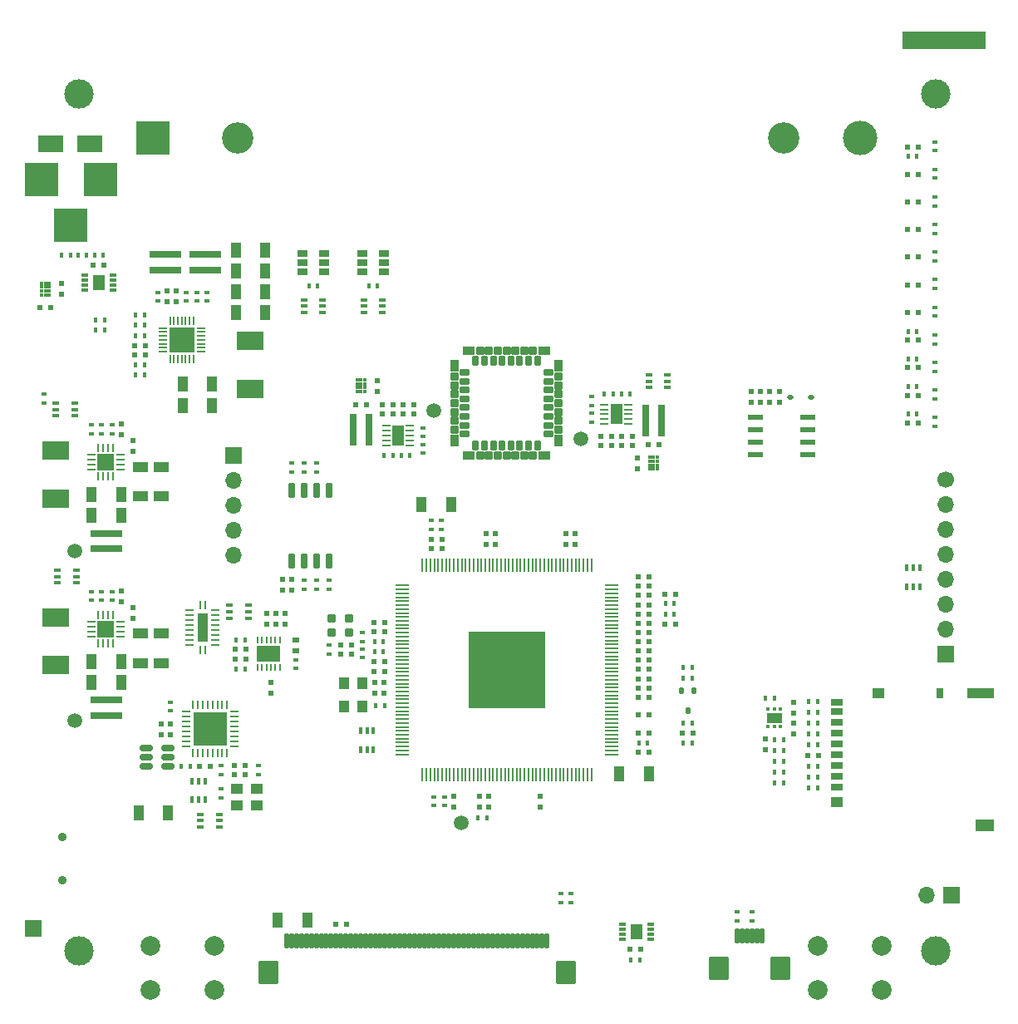
<source format=gbr>
%TF.GenerationSoftware,KiCad,Pcbnew,8.0.5*%
%TF.CreationDate,2024-10-11T17:01:53-05:00*%
%TF.ProjectId,Thermal_Camera,54686572-6d61-46c5-9f43-616d6572612e,rev?*%
%TF.SameCoordinates,Original*%
%TF.FileFunction,Soldermask,Bot*%
%TF.FilePolarity,Negative*%
%FSLAX46Y46*%
G04 Gerber Fmt 4.6, Leading zero omitted, Abs format (unit mm)*
G04 Created by KiCad (PCBNEW 8.0.5) date 2024-10-11 17:01:53*
%MOMM*%
%LPD*%
G01*
G04 APERTURE LIST*
G04 Aperture macros list*
%AMRoundRect*
0 Rectangle with rounded corners*
0 $1 Rounding radius*
0 $2 $3 $4 $5 $6 $7 $8 $9 X,Y pos of 4 corners*
0 Add a 4 corners polygon primitive as box body*
4,1,4,$2,$3,$4,$5,$6,$7,$8,$9,$2,$3,0*
0 Add four circle primitives for the rounded corners*
1,1,$1+$1,$2,$3*
1,1,$1+$1,$4,$5*
1,1,$1+$1,$6,$7*
1,1,$1+$1,$8,$9*
0 Add four rect primitives between the rounded corners*
20,1,$1+$1,$2,$3,$4,$5,0*
20,1,$1+$1,$4,$5,$6,$7,0*
20,1,$1+$1,$6,$7,$8,$9,0*
20,1,$1+$1,$8,$9,$2,$3,0*%
G04 Aperture macros list end*
%ADD10R,3.500000X3.500000*%
%ADD11C,3.000000*%
%ADD12C,2.000000*%
%ADD13C,0.900000*%
%ADD14R,1.700000X1.700000*%
%ADD15O,1.700000X1.700000*%
%ADD16C,1.700000*%
%ADD17RoundRect,0.100000X-0.225000X-0.100000X0.225000X-0.100000X0.225000X0.100000X-0.225000X0.100000X0*%
%ADD18R,0.400000X0.600000*%
%ADD19R,0.600000X0.400000*%
%ADD20R,0.500000X0.600000*%
%ADD21R,0.600000X0.500000*%
%ADD22R,1.000000X1.600000*%
%ADD23RoundRect,0.100000X0.225000X0.100000X-0.225000X0.100000X-0.225000X-0.100000X0.225000X-0.100000X0*%
%ADD24R,0.700000X0.600000*%
%ADD25C,0.365000*%
%ADD26RoundRect,0.150000X-0.150000X0.650000X-0.150000X-0.650000X0.150000X-0.650000X0.150000X0.650000X0*%
%ADD27R,1.600000X1.000000*%
%ADD28R,3.200000X0.800000*%
%ADD29RoundRect,0.102000X0.150000X0.650000X-0.150000X0.650000X-0.150000X-0.650000X0.150000X-0.650000X0*%
%ADD30RoundRect,0.102000X0.900000X1.100000X-0.900000X1.100000X-0.900000X-1.100000X0.900000X-1.100000X0*%
%ADD31RoundRect,0.100000X-0.100000X0.225000X-0.100000X-0.225000X0.100000X-0.225000X0.100000X0.225000X0*%
%ADD32R,2.790000X1.903000*%
%ADD33RoundRect,0.150000X0.512500X0.150000X-0.512500X0.150000X-0.512500X-0.150000X0.512500X-0.150000X0*%
%ADD34C,1.500000*%
%ADD35RoundRect,0.062500X0.350000X0.062500X-0.350000X0.062500X-0.350000X-0.062500X0.350000X-0.062500X0*%
%ADD36R,1.200000X2.000000*%
%ADD37RoundRect,0.062500X-0.325000X-0.062500X0.325000X-0.062500X0.325000X0.062500X-0.325000X0.062500X0*%
%ADD38RoundRect,0.062500X-0.062500X-0.325000X0.062500X-0.325000X0.062500X0.325000X-0.062500X0.325000X0*%
%ADD39R,1.750000X1.750000*%
%ADD40R,1.200000X0.700000*%
%ADD41R,0.800000X1.000000*%
%ADD42R,2.800000X1.000000*%
%ADD43R,1.200000X1.000000*%
%ADD44R,1.900000X1.300000*%
%ADD45RoundRect,0.112500X-0.187500X-0.112500X0.187500X-0.112500X0.187500X0.112500X-0.187500X0.112500X0*%
%ADD46R,2.500000X1.800000*%
%ADD47RoundRect,0.112500X-0.112500X-0.237500X0.112500X-0.237500X0.112500X0.237500X-0.112500X0.237500X0*%
%ADD48R,0.800000X3.200000*%
%ADD49R,1.550000X0.600000*%
%ADD50R,0.250000X0.700000*%
%ADD51R,1.190000X0.830000*%
%ADD52C,3.200000*%
%ADD53C,3.500000*%
%ADD54RoundRect,0.093750X0.106250X-0.093750X0.106250X0.093750X-0.106250X0.093750X-0.106250X-0.093750X0*%
%ADD55R,1.300000X1.100000*%
%ADD56R,1.060000X0.650000*%
%ADD57R,1.100000X1.300000*%
%ADD58R,0.240000X0.900000*%
%ADD59R,0.900000X0.240000*%
%ADD60R,1.000000X2.900000*%
%ADD61R,0.750000X0.300000*%
%ADD62R,1.300000X1.500000*%
%ADD63R,0.228600X1.358900*%
%ADD64R,1.358900X0.228600*%
%ADD65R,7.900000X7.900000*%
%ADD66RoundRect,0.200000X-0.250000X0.200000X-0.250000X-0.200000X0.250000X-0.200000X0.250000X0.200000X0*%
%ADD67RoundRect,0.100000X0.100000X-0.225000X0.100000X0.225000X-0.100000X0.225000X-0.100000X-0.225000X0*%
%ADD68RoundRect,0.076200X0.420000X-0.250000X0.420000X0.250000X-0.420000X0.250000X-0.420000X-0.250000X0*%
%ADD69RoundRect,0.076200X-0.250000X-0.420000X0.250000X-0.420000X0.250000X0.420000X-0.250000X0.420000X0*%
%ADD70RoundRect,0.076200X-0.420000X0.250000X-0.420000X-0.250000X0.420000X-0.250000X0.420000X0.250000X0*%
%ADD71RoundRect,0.076200X0.250000X0.420000X-0.250000X0.420000X-0.250000X-0.420000X0.250000X-0.420000X0*%
%ADD72RoundRect,0.076200X0.325000X-0.550000X0.325000X0.550000X-0.325000X0.550000X-0.325000X-0.550000X0*%
%ADD73RoundRect,0.076200X0.325000X-0.325000X0.325000X0.325000X-0.325000X0.325000X-0.325000X-0.325000X0*%
%ADD74RoundRect,0.076200X-0.325000X0.550000X-0.325000X-0.550000X0.325000X-0.550000X0.325000X0.550000X0*%
%ADD75RoundRect,0.076200X-0.550000X-0.325000X0.550000X-0.325000X0.550000X0.325000X-0.550000X0.325000X0*%
%ADD76RoundRect,0.076200X-0.325000X-0.325000X0.325000X-0.325000X0.325000X0.325000X-0.325000X0.325000X0*%
%ADD77RoundRect,0.076200X0.550000X0.325000X-0.550000X0.325000X-0.550000X-0.325000X0.550000X-0.325000X0*%
%ADD78RoundRect,0.076200X-0.325000X0.325000X-0.325000X-0.325000X0.325000X-0.325000X0.325000X0.325000X0*%
%ADD79RoundRect,0.076200X0.325000X0.325000X-0.325000X0.325000X-0.325000X-0.325000X0.325000X-0.325000X0*%
%ADD80RoundRect,0.062500X-0.337500X-0.062500X0.337500X-0.062500X0.337500X0.062500X-0.337500X0.062500X0*%
%ADD81RoundRect,0.062500X-0.062500X-0.337500X0.062500X-0.337500X0.062500X0.337500X-0.062500X0.337500X0*%
%ADD82RoundRect,0.050000X0.050000X-0.387500X0.050000X0.387500X-0.050000X0.387500X-0.050000X-0.387500X0*%
%ADD83RoundRect,0.050000X0.387500X-0.050000X0.387500X0.050000X-0.387500X0.050000X-0.387500X-0.050000X0*%
%ADD84R,2.600000X2.600000*%
%ADD85RoundRect,0.062500X-0.350000X-0.062500X0.350000X-0.062500X0.350000X0.062500X-0.350000X0.062500X0*%
G04 APERTURE END LIST*
D10*
%TO.C,J201*%
X177602400Y-57242200D03*
X171602400Y-57242200D03*
X174602400Y-61942200D03*
%TD*%
D11*
%TO.C,H3002*%
X262712400Y-135826600D03*
%TD*%
D12*
%TO.C,SW1501*%
X257173800Y-139816400D03*
X250673800Y-139816400D03*
X257173800Y-135316400D03*
X250673800Y-135316400D03*
%TD*%
D11*
%TO.C,H3003*%
X175412400Y-48526600D03*
%TD*%
%TO.C,H3001*%
X175412400Y-135826600D03*
%TD*%
D13*
%TO.C,J2601*%
X173747800Y-124215800D03*
X173747800Y-128615800D03*
%TD*%
D14*
%TO.C,J1502*%
X264292000Y-130149600D03*
D15*
X261752000Y-130149600D03*
%TD*%
D11*
%TO.C,H3004*%
X262712400Y-48526600D03*
%TD*%
D14*
%TO.C,J1501*%
X263722000Y-105628200D03*
D15*
X263722000Y-103088200D03*
X263722000Y-100548200D03*
X263722000Y-98008200D03*
X263722000Y-95468200D03*
X263722000Y-92928200D03*
X263722000Y-90388200D03*
D16*
X263722000Y-87848200D03*
%TD*%
D12*
%TO.C,SW2501*%
X189203400Y-139816400D03*
X182703400Y-139816400D03*
X189203400Y-135316400D03*
X182703400Y-135316400D03*
%TD*%
D17*
%TO.C,U401*%
X173065400Y-81345800D03*
X173065400Y-80695800D03*
X173065400Y-80045800D03*
X174965400Y-80045800D03*
X174965400Y-80695800D03*
X174965400Y-81345800D03*
%TD*%
D18*
%TO.C,R802*%
X206526700Y-85431500D03*
X207426700Y-85431500D03*
%TD*%
%TO.C,R1605*%
X205544000Y-104343200D03*
X206444000Y-104343200D03*
%TD*%
D19*
%TO.C,R2808*%
X262646200Y-82436300D03*
X262646200Y-81536300D03*
%TD*%
D20*
%TO.C,C1403*%
X184429400Y-69765000D03*
X184429400Y-68665000D03*
%TD*%
D21*
%TO.C,C2804*%
X260910200Y-82074600D03*
X259810200Y-82074600D03*
%TD*%
D18*
%TO.C,R2203*%
X191447000Y-107111800D03*
X192347000Y-107111800D03*
%TD*%
%TO.C,R2806*%
X260810200Y-81160700D03*
X259910200Y-81160700D03*
%TD*%
D19*
%TO.C,R2706*%
X262646200Y-65545300D03*
X262646200Y-64645300D03*
%TD*%
D21*
%TO.C,C901*%
X203616900Y-80191100D03*
X204716900Y-80191100D03*
%TD*%
%TO.C,C1710*%
X232368000Y-103428800D03*
X233468000Y-103428800D03*
%TD*%
D22*
%TO.C,C608*%
X176731800Y-108465400D03*
X179731800Y-108465400D03*
%TD*%
D23*
%TO.C,U2904*%
X200263800Y-69529000D03*
X200263800Y-70179000D03*
X200263800Y-70829000D03*
X198363800Y-70829000D03*
X198363800Y-70179000D03*
X198363800Y-69529000D03*
%TD*%
D18*
%TO.C,R2506*%
X186759000Y-117043200D03*
X185859000Y-117043200D03*
%TD*%
D24*
%TO.C,D2201*%
X197510400Y-104199600D03*
X197510400Y-105299600D03*
%TD*%
D21*
%TO.C,C2504*%
X192320000Y-117932200D03*
X191220000Y-117932200D03*
%TD*%
D25*
%TO.C,U901*%
X204566900Y-77686100D03*
X204166900Y-77686100D03*
X203766900Y-77686100D03*
X204566900Y-78086100D03*
X204166900Y-78086100D03*
X203766900Y-78086100D03*
X204566900Y-78486100D03*
X204166900Y-78486100D03*
X203766900Y-78486100D03*
X204566900Y-78886100D03*
X204166900Y-78886100D03*
X203766900Y-78886100D03*
%TD*%
D21*
%TO.C,C1736*%
X232368000Y-105308400D03*
X233468000Y-105308400D03*
%TD*%
D20*
%TO.C,C1756*%
X213639400Y-120074600D03*
X213639400Y-121174600D03*
%TD*%
D21*
%TO.C,C1002*%
X231807500Y-84347300D03*
X230707500Y-84347300D03*
%TD*%
D19*
%TO.C,R1206*%
X224510600Y-130029800D03*
X224510600Y-130929800D03*
%TD*%
D18*
%TO.C,R2805*%
X259910200Y-78349600D03*
X260810200Y-78349600D03*
%TD*%
D19*
%TO.C,R2101*%
X243992400Y-132784000D03*
X243992400Y-131884000D03*
%TD*%
D25*
%TO.C,U301*%
X172408800Y-67827600D03*
X172008800Y-67827600D03*
X171608800Y-67827600D03*
X172408800Y-68227600D03*
X172008800Y-68227600D03*
X171608800Y-68227600D03*
X172408800Y-68627600D03*
X172008800Y-68627600D03*
X171608800Y-68627600D03*
X172408800Y-69027600D03*
X172008800Y-69027600D03*
X171608800Y-69027600D03*
%TD*%
D19*
%TO.C,R403*%
X176657000Y-82252400D03*
X176657000Y-83152400D03*
%TD*%
D22*
%TO.C,C1413*%
X191387600Y-64490600D03*
X194387600Y-64490600D03*
%TD*%
D19*
%TO.C,R609*%
X178790600Y-100152400D03*
X178790600Y-99252400D03*
%TD*%
D20*
%TO.C,C1707*%
X217881200Y-94453800D03*
X217881200Y-93353800D03*
%TD*%
D19*
%TO.C,R2025*%
X197129400Y-87064000D03*
X197129400Y-86164000D03*
%TD*%
D21*
%TO.C,C2801*%
X260910200Y-73641800D03*
X259810200Y-73641800D03*
%TD*%
%TO.C,C1006*%
X228573900Y-84347300D03*
X229673900Y-84347300D03*
%TD*%
D26*
%TO.C,U2001*%
X197104000Y-88957600D03*
X198374000Y-88957600D03*
X199644000Y-88957600D03*
X200914000Y-88957600D03*
X200914000Y-96157600D03*
X199644000Y-96157600D03*
X198374000Y-96157600D03*
X197104000Y-96157600D03*
%TD*%
D27*
%TO.C,C404*%
X181686200Y-86536400D03*
X181686200Y-89536400D03*
%TD*%
D20*
%TO.C,C605*%
X179781200Y-100252400D03*
X179781200Y-99152400D03*
%TD*%
D21*
%TO.C,C1712*%
X232368000Y-107188000D03*
X233468000Y-107188000D03*
%TD*%
D28*
%TO.C,R406*%
X178231800Y-93307000D03*
X178231800Y-94907000D03*
%TD*%
D21*
%TO.C,C1407*%
X182210800Y-74218800D03*
X181110800Y-74218800D03*
%TD*%
D18*
%TO.C,R2008*%
X247185600Y-116560600D03*
X246285600Y-116560600D03*
%TD*%
%TO.C,R210*%
X178046800Y-72644000D03*
X177146800Y-72644000D03*
%TD*%
D19*
%TO.C,R1007*%
X227650700Y-81977900D03*
X227650700Y-81077900D03*
%TD*%
D21*
%TO.C,C2209*%
X191347000Y-105156000D03*
X192447000Y-105156000D03*
%TD*%
D19*
%TO.C,R1008*%
X227650700Y-80276100D03*
X227650700Y-79376100D03*
%TD*%
D20*
%TO.C,C2201*%
X194995800Y-108517600D03*
X194995800Y-109617600D03*
%TD*%
D21*
%TO.C,C2001*%
X250765400Y-115951000D03*
X249665400Y-115951000D03*
%TD*%
D19*
%TO.C,R2702*%
X262646200Y-54348800D03*
X262646200Y-53448800D03*
%TD*%
D20*
%TO.C,C2203*%
X195478400Y-102581800D03*
X195478400Y-101481800D03*
%TD*%
D22*
%TO.C,C1410*%
X191387600Y-66624200D03*
X194387600Y-66624200D03*
%TD*%
D18*
%TO.C,R1403*%
X182085400Y-77216000D03*
X181185400Y-77216000D03*
%TD*%
D20*
%TO.C,C2006*%
X245389400Y-114232600D03*
X245389400Y-115332600D03*
%TD*%
D19*
%TO.C,L1701*%
X211302600Y-92931400D03*
X211302600Y-92031400D03*
%TD*%
D18*
%TO.C,R1408*%
X181210800Y-76174600D03*
X182110800Y-76174600D03*
%TD*%
D21*
%TO.C,C805*%
X209552400Y-80186000D03*
X208452400Y-80186000D03*
%TD*%
D19*
%TO.C,R2028*%
X198374000Y-87064000D03*
X198374000Y-86164000D03*
%TD*%
D21*
%TO.C,C2705*%
X260910200Y-65183600D03*
X259810200Y-65183600D03*
%TD*%
D19*
%TO.C,R2507*%
X184734200Y-111422600D03*
X184734200Y-110522600D03*
%TD*%
D29*
%TO.C,J2102*%
X244988400Y-134367200D03*
X244488400Y-134367200D03*
X243988400Y-134367200D03*
X243488400Y-134367200D03*
X242988400Y-134367200D03*
X242488400Y-134367200D03*
D30*
X246888400Y-137617200D03*
X240588400Y-137617200D03*
%TD*%
D22*
%TO.C,C407*%
X176731800Y-89357200D03*
X179731800Y-89357200D03*
%TD*%
D31*
%TO.C,U1601*%
X204136900Y-113426200D03*
X204786900Y-113426200D03*
X205436900Y-113426200D03*
X205436900Y-115326200D03*
X204786900Y-115326200D03*
X204136900Y-115326200D03*
%TD*%
D20*
%TO.C,C2508*%
X183794400Y-113808600D03*
X183794400Y-112708600D03*
%TD*%
D19*
%TO.C,R807*%
X210475600Y-84257200D03*
X210475600Y-85157200D03*
%TD*%
D18*
%TO.C,R1201*%
X231655200Y-136753600D03*
X232555200Y-136753600D03*
%TD*%
D19*
%TO.C,R2803*%
X262646200Y-74003500D03*
X262646200Y-73103500D03*
%TD*%
D18*
%TO.C,R203*%
X174541600Y-64998600D03*
X173641600Y-64998600D03*
%TD*%
D21*
%TO.C,C301*%
X171458800Y-70332600D03*
X172558800Y-70332600D03*
%TD*%
D22*
%TO.C,C2607*%
X181481600Y-121817000D03*
X184481600Y-121817000D03*
%TD*%
D21*
%TO.C,C2101*%
X202715400Y-133171000D03*
X201615400Y-133171000D03*
%TD*%
D18*
%TO.C,R201*%
X177894400Y-64998600D03*
X176994400Y-64998600D03*
%TD*%
D19*
%TO.C,R1802*%
X212648800Y-121074600D03*
X212648800Y-120174600D03*
%TD*%
D29*
%TO.C,J2101*%
X223111600Y-134797800D03*
X222611600Y-134797800D03*
X222111600Y-134797800D03*
X221611600Y-134797800D03*
X221111600Y-134797800D03*
X220611600Y-134797800D03*
X220111600Y-134797800D03*
X219611600Y-134797800D03*
X219111600Y-134797800D03*
X218611600Y-134797800D03*
X218111600Y-134797800D03*
X217611600Y-134797800D03*
X217111600Y-134797800D03*
X216611600Y-134797800D03*
X216111600Y-134797800D03*
X215611600Y-134797800D03*
X215111600Y-134797800D03*
X214611600Y-134797800D03*
X214111600Y-134797800D03*
X213611600Y-134797800D03*
X213111600Y-134797800D03*
X212611600Y-134797800D03*
X212111600Y-134797800D03*
X211611600Y-134797800D03*
X211111600Y-134797800D03*
X210611600Y-134797800D03*
X210111600Y-134797800D03*
X209611600Y-134797800D03*
X209111600Y-134797800D03*
X208611600Y-134797800D03*
X208111600Y-134797800D03*
X207611600Y-134797800D03*
X207111600Y-134797800D03*
X206611600Y-134797800D03*
X206111600Y-134797800D03*
X205611600Y-134797800D03*
X205111600Y-134797800D03*
X204611600Y-134797800D03*
X204111600Y-134797800D03*
X203611600Y-134797800D03*
X203111600Y-134797800D03*
X202611600Y-134797800D03*
X202111600Y-134797800D03*
X201611600Y-134797800D03*
X201111600Y-134797800D03*
X200611600Y-134797800D03*
X200111600Y-134797800D03*
X199611600Y-134797800D03*
X199111600Y-134797800D03*
X198611600Y-134797800D03*
X198111600Y-134797800D03*
X197611600Y-134797800D03*
X197111600Y-134797800D03*
X196611600Y-134797800D03*
D30*
X225011600Y-138047800D03*
X194711600Y-138047800D03*
%TD*%
D32*
%TO.C,L601*%
X173024800Y-101898700D03*
X173024800Y-106751700D03*
%TD*%
D33*
%TO.C,U2502*%
X184525500Y-115153400D03*
X184525500Y-116103400D03*
X184525500Y-117053400D03*
X182250500Y-117053400D03*
X182250500Y-116103400D03*
X182250500Y-115153400D03*
%TD*%
D21*
%TO.C,C2701*%
X260910200Y-53949600D03*
X259810200Y-53949600D03*
%TD*%
D34*
%TO.C,TP1001*%
X226558500Y-83712300D03*
%TD*%
D35*
%TO.C,U801*%
X209159200Y-82340700D03*
X209159200Y-82840700D03*
X209159200Y-83340700D03*
X209159200Y-83840700D03*
X209159200Y-84340700D03*
X206734200Y-84340700D03*
X206734200Y-83840700D03*
X206734200Y-83340700D03*
X206734200Y-82840700D03*
X206734200Y-82340700D03*
D36*
X207946700Y-83340700D03*
%TD*%
D18*
%TO.C,R1502*%
X237014600Y-108077000D03*
X237914600Y-108077000D03*
%TD*%
%TO.C,R1601*%
X216059600Y-122326400D03*
X216959600Y-122326400D03*
%TD*%
D19*
%TO.C,R603*%
X176657000Y-99252400D03*
X176657000Y-100152400D03*
%TD*%
D37*
%TO.C,U402*%
X176693100Y-86830600D03*
X176693100Y-86330600D03*
X176693100Y-85830600D03*
X176693100Y-85330600D03*
D38*
X177405600Y-84618100D03*
X177905600Y-84618100D03*
X178405600Y-84618100D03*
X178905600Y-84618100D03*
D37*
X179618100Y-85330600D03*
X179618100Y-85830600D03*
X179618100Y-86330600D03*
X179618100Y-86830600D03*
D38*
X178905600Y-87543100D03*
X178405600Y-87543100D03*
X177905600Y-87543100D03*
X177405600Y-87543100D03*
D39*
X178155600Y-86080600D03*
%TD*%
D18*
%TO.C,R2010*%
X247185600Y-115468400D03*
X246285600Y-115468400D03*
%TD*%
D40*
%TO.C,J2001*%
X252612600Y-119176800D03*
X252612600Y-118076800D03*
X252612600Y-116976800D03*
X252612600Y-115876800D03*
X252612600Y-114776800D03*
X252612600Y-113676800D03*
X252612600Y-112576800D03*
X252612600Y-111476800D03*
X252612600Y-110526800D03*
D41*
X263112600Y-109576800D03*
D42*
X267262600Y-109576800D03*
D43*
X256912600Y-109576800D03*
X252612600Y-120726800D03*
D44*
X267712600Y-123076800D03*
%TD*%
D19*
%TO.C,R2807*%
X262646200Y-79629000D03*
X262646200Y-78729000D03*
%TD*%
%TO.C,R1405*%
X187426600Y-68765000D03*
X187426600Y-69665000D03*
%TD*%
D20*
%TO.C,C2302*%
X245821200Y-80001200D03*
X245821200Y-78901200D03*
%TD*%
D21*
%TO.C,C1734*%
X206544000Y-103352600D03*
X205444000Y-103352600D03*
%TD*%
D45*
%TO.C,D2301*%
X247940400Y-79451200D03*
X250040400Y-79451200D03*
%TD*%
D20*
%TO.C,C2301*%
X246761000Y-80001200D03*
X246761000Y-78901200D03*
%TD*%
%TO.C,C405*%
X179781200Y-83252400D03*
X179781200Y-82152400D03*
%TD*%
D19*
%TO.C,R1604*%
X204292200Y-105987000D03*
X204292200Y-105087000D03*
%TD*%
D20*
%TO.C,C2507*%
X184734200Y-113808600D03*
X184734200Y-112708600D03*
%TD*%
D27*
%TO.C,C602*%
X183794400Y-103536400D03*
X183794400Y-106536400D03*
%TD*%
D18*
%TO.C,R801*%
X208253900Y-85431500D03*
X209153900Y-85431500D03*
%TD*%
D20*
%TO.C,C1603*%
X205584178Y-109617600D03*
X205584178Y-108517600D03*
%TD*%
D46*
%TO.C,D201*%
X176548800Y-53619400D03*
X172548800Y-53619400D03*
%TD*%
D21*
%TO.C,C1005*%
X228573900Y-83407500D03*
X229673900Y-83407500D03*
%TD*%
D20*
%TO.C,C1406*%
X185369200Y-69765000D03*
X185369200Y-68665000D03*
%TD*%
D47*
%TO.C,Q1501*%
X236814600Y-109388400D03*
X238114600Y-109388400D03*
X237464600Y-111388400D03*
%TD*%
D22*
%TO.C,C1765*%
X230478200Y-117805200D03*
X233478200Y-117805200D03*
%TD*%
D21*
%TO.C,C2208*%
X191347000Y-106095800D03*
X192447000Y-106095800D03*
%TD*%
D18*
%TO.C,R2009*%
X247185600Y-117652800D03*
X246285600Y-117652800D03*
%TD*%
D19*
%TO.C,R2704*%
X262646200Y-59956100D03*
X262646200Y-59056100D03*
%TD*%
%TO.C,R806*%
X210475600Y-82555400D03*
X210475600Y-83455400D03*
%TD*%
D21*
%TO.C,C1747*%
X232368000Y-101549200D03*
X233468000Y-101549200D03*
%TD*%
%TO.C,C2707*%
X260910200Y-70822400D03*
X259810200Y-70822400D03*
%TD*%
D20*
%TO.C,C2004*%
X248208800Y-110498800D03*
X248208800Y-111598800D03*
%TD*%
D21*
%TO.C,C2702*%
X260910200Y-56750800D03*
X259810200Y-56750800D03*
%TD*%
D18*
%TO.C,R205*%
X178046800Y-71577200D03*
X177146800Y-71577200D03*
%TD*%
D21*
%TO.C,C1724*%
X232368000Y-113665000D03*
X233468000Y-113665000D03*
%TD*%
D20*
%TO.C,C2207*%
X194538600Y-102581800D03*
X194538600Y-101481800D03*
%TD*%
D18*
%TO.C,R1701*%
X236085800Y-101549200D03*
X235185800Y-101549200D03*
%TD*%
D17*
%TO.C,U2501*%
X187797400Y-123230400D03*
X187797400Y-122580400D03*
X187797400Y-121930400D03*
X189697400Y-121930400D03*
X189697400Y-122580400D03*
X189697400Y-123230400D03*
%TD*%
D22*
%TO.C,C2102*%
X198680200Y-132715000D03*
X195680200Y-132715000D03*
%TD*%
D32*
%TO.C,L1401*%
X192887600Y-73722700D03*
X192887600Y-78575700D03*
%TD*%
D21*
%TO.C,C2802*%
X260910200Y-76447900D03*
X259810200Y-76447900D03*
%TD*%
D18*
%TO.C,R1501*%
X237914600Y-107010200D03*
X237014600Y-107010200D03*
%TD*%
%TO.C,R2801*%
X260810200Y-72741900D03*
X259910200Y-72741900D03*
%TD*%
D19*
%TO.C,R2705*%
X262646200Y-62775500D03*
X262646200Y-61875500D03*
%TD*%
D37*
%TO.C,U602*%
X176693100Y-103830600D03*
X176693100Y-103330600D03*
X176693100Y-102830600D03*
X176693100Y-102330600D03*
D38*
X177405600Y-101618100D03*
X177905600Y-101618100D03*
X178405600Y-101618100D03*
X178905600Y-101618100D03*
D37*
X179618100Y-102330600D03*
X179618100Y-102830600D03*
X179618100Y-103330600D03*
X179618100Y-103830600D03*
D38*
X178905600Y-104543100D03*
X178405600Y-104543100D03*
X177905600Y-104543100D03*
X177405600Y-104543100D03*
D39*
X178155600Y-103080600D03*
%TD*%
D48*
%TO.C,R1005*%
X234775300Y-81807300D03*
X233175300Y-81807300D03*
%TD*%
D19*
%TO.C,L2501*%
X193751200Y-116999600D03*
X193751200Y-117899600D03*
%TD*%
D18*
%TO.C,R2907*%
X205843200Y-68122800D03*
X204943200Y-68122800D03*
%TD*%
D49*
%TO.C,U2301*%
X249715000Y-81457800D03*
X249715000Y-82727800D03*
X249715000Y-83997800D03*
X249715000Y-85267800D03*
X244315000Y-85267800D03*
X244315000Y-83997800D03*
X244315000Y-82727800D03*
X244315000Y-81457800D03*
%TD*%
D18*
%TO.C,R1702*%
X236085800Y-100482400D03*
X235185800Y-100482400D03*
%TD*%
D20*
%TO.C,C1745*%
X222427800Y-120074600D03*
X222427800Y-121174600D03*
%TD*%
D18*
%TO.C,R2030*%
X247185600Y-114350800D03*
X246285600Y-114350800D03*
%TD*%
D21*
%TO.C,C1763*%
X211286000Y-93903800D03*
X212386000Y-93903800D03*
%TD*%
D19*
%TO.C,R2027*%
X200914000Y-98102000D03*
X200914000Y-99002000D03*
%TD*%
%TO.C,R2707*%
X262646200Y-68364700D03*
X262646200Y-67464700D03*
%TD*%
D20*
%TO.C,C1737*%
X217170000Y-120074600D03*
X217170000Y-121174600D03*
%TD*%
D19*
%TO.C,R1204*%
X225577400Y-130029800D03*
X225577400Y-130929800D03*
%TD*%
%TO.C,R2708*%
X262646200Y-71184100D03*
X262646200Y-70284100D03*
%TD*%
D34*
%TO.C,TP401*%
X174980600Y-95123000D03*
%TD*%
D27*
%TO.C,C604*%
X181686200Y-103536400D03*
X181686200Y-106536400D03*
%TD*%
D18*
%TO.C,R2011*%
X249765400Y-113766600D03*
X250665400Y-113766600D03*
%TD*%
D21*
%TO.C,C1733*%
X232368000Y-115646200D03*
X233468000Y-115646200D03*
%TD*%
D18*
%TO.C,R2204*%
X191447000Y-104165400D03*
X192347000Y-104165400D03*
%TD*%
D21*
%TO.C,C2704*%
X260910200Y-62376300D03*
X259810200Y-62376300D03*
%TD*%
D18*
%TO.C,R1406*%
X182110800Y-73202800D03*
X181210800Y-73202800D03*
%TD*%
D23*
%TO.C,U2903*%
X206343200Y-69516900D03*
X206343200Y-70166900D03*
X206343200Y-70816900D03*
X204443200Y-70816900D03*
X204443200Y-70166900D03*
X204443200Y-69516900D03*
%TD*%
D18*
%TO.C,R1411*%
X182110800Y-72136000D03*
X181210800Y-72136000D03*
%TD*%
D20*
%TO.C,C1757*%
X216230200Y-120074600D03*
X216230200Y-121174600D03*
%TD*%
D50*
%TO.C,U2201*%
X193642200Y-104187800D03*
X194092200Y-104187800D03*
X194542200Y-104187800D03*
X194992200Y-104187800D03*
X195442200Y-104187800D03*
X195892200Y-104187800D03*
X195892200Y-106987800D03*
X195442200Y-106987800D03*
X194992200Y-106987800D03*
X194542200Y-106987800D03*
X194092200Y-106987800D03*
X193642200Y-106987800D03*
D51*
X195362200Y-105172800D03*
X194172200Y-105172800D03*
X195362200Y-106002800D03*
X194172200Y-106002800D03*
%TD*%
D19*
%TO.C,R1603*%
X204292200Y-104336000D03*
X204292200Y-103436000D03*
%TD*%
D18*
%TO.C,R202*%
X176218000Y-64998600D03*
X175318000Y-64998600D03*
%TD*%
D20*
%TO.C,C1720*%
X225018600Y-94453800D03*
X225018600Y-93353800D03*
%TD*%
D18*
%TO.C,R2701*%
X259910200Y-54947400D03*
X260810200Y-54947400D03*
%TD*%
D20*
%TO.C,C406*%
X180924200Y-84954200D03*
X180924200Y-83854200D03*
%TD*%
D21*
%TO.C,C1003*%
X231807500Y-83407500D03*
X230707500Y-83407500D03*
%TD*%
D18*
%TO.C,L1602*%
X206542178Y-110871000D03*
X205642178Y-110871000D03*
%TD*%
D21*
%TO.C,C2505*%
X192320000Y-116992400D03*
X191220000Y-116992400D03*
%TD*%
D23*
%TO.C,U2202*%
X192669200Y-100657300D03*
X192669200Y-101307300D03*
X192669200Y-101957300D03*
X190769200Y-101957300D03*
X190769200Y-101307300D03*
X190769200Y-100657300D03*
%TD*%
D21*
%TO.C,C1725*%
X232368000Y-99644200D03*
X233468000Y-99644200D03*
%TD*%
D18*
%TO.C,R2012*%
X249765400Y-110464600D03*
X250665400Y-110464600D03*
%TD*%
D19*
%TO.C,R2020*%
X199644000Y-86164000D03*
X199644000Y-87064000D03*
%TD*%
%TO.C,R408*%
X177723800Y-82252400D03*
X177723800Y-83152400D03*
%TD*%
D52*
%TO.C,J1401*%
X191618400Y-53035200D03*
X247228400Y-53035200D03*
D10*
X182973400Y-53035200D03*
D53*
X254973400Y-53035200D03*
%TD*%
D20*
%TO.C,C2007*%
X248208800Y-113732400D03*
X248208800Y-112632400D03*
%TD*%
%TO.C,C1709*%
X216941400Y-94453800D03*
X216941400Y-93353800D03*
%TD*%
D48*
%TO.C,R804*%
X203351000Y-82726000D03*
X204951000Y-82726000D03*
%TD*%
D19*
%TO.C,R2703*%
X262646200Y-57150000D03*
X262646200Y-56250000D03*
%TD*%
D20*
%TO.C,C1102*%
X232308400Y-86721000D03*
X232308400Y-85621000D03*
%TD*%
D21*
%TO.C,C2703*%
X260910200Y-59556900D03*
X259810200Y-59556900D03*
%TD*%
D54*
%TO.C,U2002*%
X246903000Y-113003100D03*
X246253000Y-113003100D03*
X245603000Y-113003100D03*
X245603000Y-111228100D03*
X246253000Y-111228100D03*
X246903000Y-111228100D03*
D27*
X246253000Y-112115600D03*
%TD*%
D21*
%TO.C,C1411*%
X182210800Y-75158600D03*
X181110800Y-75158600D03*
%TD*%
D55*
%TO.C,X2501*%
X193582000Y-121017800D03*
X191482000Y-121017800D03*
X191482000Y-119367800D03*
X193582000Y-119367800D03*
%TD*%
D14*
%TO.C,J2002*%
X191211200Y-85394800D03*
D15*
X191211200Y-87934800D03*
X191211200Y-90474800D03*
X191211200Y-93014800D03*
X191211200Y-95554800D03*
%TD*%
D21*
%TO.C,C1719*%
X236185800Y-102539800D03*
X235085800Y-102539800D03*
%TD*%
D18*
%TO.C,R1606*%
X205544000Y-105410000D03*
X206444000Y-105410000D03*
%TD*%
%TO.C,R2007*%
X247185600Y-118745000D03*
X246285600Y-118745000D03*
%TD*%
D21*
%TO.C,C1501*%
X236914600Y-113639600D03*
X238014600Y-113639600D03*
%TD*%
D19*
%TO.C,R2018*%
X198374000Y-99002000D03*
X198374000Y-98102000D03*
%TD*%
D18*
%TO.C,R2005*%
X250665400Y-112674400D03*
X249765400Y-112674400D03*
%TD*%
D21*
%TO.C,C1708*%
X206544000Y-107365800D03*
X205444000Y-107365800D03*
%TD*%
D19*
%TO.C,R1801*%
X211582000Y-121074600D03*
X211582000Y-120174600D03*
%TD*%
%TO.C,R2026*%
X199669400Y-98102000D03*
X199669400Y-99002000D03*
%TD*%
D20*
%TO.C,C902*%
X205817900Y-77736100D03*
X205817900Y-78836100D03*
%TD*%
D22*
%TO.C,C1412*%
X191387600Y-70840600D03*
X194387600Y-70840600D03*
%TD*%
D21*
%TO.C,C1721*%
X206544000Y-106426000D03*
X205444000Y-106426000D03*
%TD*%
D18*
%TO.C,R2002*%
X250665400Y-118160800D03*
X249765400Y-118160800D03*
%TD*%
D17*
%TO.C,U601*%
X173243200Y-98359100D03*
X173243200Y-97709100D03*
X173243200Y-97059100D03*
X175143200Y-97059100D03*
X175143200Y-97709100D03*
X175143200Y-98359100D03*
%TD*%
D18*
%TO.C,R1504*%
X237914600Y-114655600D03*
X237014600Y-114655600D03*
%TD*%
%TO.C,R2006*%
X250665400Y-111556800D03*
X249765400Y-111556800D03*
%TD*%
D56*
%TO.C,U2902*%
X198213800Y-66710600D03*
X198213800Y-65760600D03*
X198213800Y-64810600D03*
X200413800Y-64810600D03*
X200413800Y-65760600D03*
X200413800Y-66710600D03*
%TD*%
D22*
%TO.C,C1766*%
X210336000Y-90347800D03*
X213336000Y-90347800D03*
%TD*%
D18*
%TO.C,R1401*%
X182110800Y-71069200D03*
X181210800Y-71069200D03*
%TD*%
D21*
%TO.C,C2506*%
X187689400Y-117043200D03*
X188789400Y-117043200D03*
%TD*%
D18*
%TO.C,R2029*%
X246271200Y-110134400D03*
X245371200Y-110134400D03*
%TD*%
D21*
%TO.C,C1746*%
X206544000Y-102412800D03*
X205444000Y-102412800D03*
%TD*%
D19*
%TO.C,R608*%
X177723800Y-99252400D03*
X177723800Y-100152400D03*
%TD*%
D20*
%TO.C,C2304*%
X243941600Y-80001200D03*
X243941600Y-78901200D03*
%TD*%
%TO.C,C2005*%
X196189600Y-98002000D03*
X196189600Y-99102000D03*
%TD*%
D18*
%TO.C,R1002*%
X231599600Y-79101800D03*
X230699600Y-79101800D03*
%TD*%
D28*
%TO.C,R1413*%
X188290200Y-66509800D03*
X188290200Y-64909800D03*
%TD*%
D20*
%TO.C,C302*%
X173659800Y-67877600D03*
X173659800Y-68977600D03*
%TD*%
D57*
%TO.C,X1602*%
X202427800Y-110928800D03*
X202427800Y-108628800D03*
X204327800Y-108628800D03*
X204327800Y-110928800D03*
%TD*%
D19*
%TO.C,R401*%
X171831000Y-79128200D03*
X171831000Y-80028200D03*
%TD*%
%TO.C,R2804*%
X262646200Y-76809600D03*
X262646200Y-75909600D03*
%TD*%
D22*
%TO.C,C1402*%
X185977400Y-80340200D03*
X188977400Y-80340200D03*
%TD*%
D21*
%TO.C,C1758*%
X232368000Y-102489000D03*
X233468000Y-102489000D03*
%TD*%
D56*
%TO.C,U2901*%
X204293200Y-66710600D03*
X204293200Y-65760600D03*
X204293200Y-64810600D03*
X206493200Y-64810600D03*
X206493200Y-65760600D03*
X206493200Y-66710600D03*
%TD*%
D19*
%TO.C,R2501*%
X189890400Y-117899600D03*
X189890400Y-116999600D03*
%TD*%
D20*
%TO.C,C2303*%
X244881400Y-80001200D03*
X244881400Y-78901200D03*
%TD*%
D21*
%TO.C,C1748*%
X232368000Y-106248200D03*
X233468000Y-106248200D03*
%TD*%
%TO.C,C804*%
X209552400Y-81125800D03*
X208452400Y-81125800D03*
%TD*%
D58*
%TO.C,U2203*%
X187760800Y-105220800D03*
D59*
X186710800Y-104670800D03*
X186710800Y-104170800D03*
X186710800Y-103670800D03*
X186710800Y-103170800D03*
X186710800Y-102670800D03*
X186710800Y-102170800D03*
X186710800Y-101670800D03*
X186710800Y-101170800D03*
D58*
X187760800Y-100620800D03*
X188260800Y-100620800D03*
D59*
X189310800Y-101170800D03*
X189310800Y-101670800D03*
X189310800Y-102170800D03*
X189310800Y-102670800D03*
X189310800Y-103170800D03*
X189310800Y-103670800D03*
X189310800Y-104170800D03*
X189310800Y-104670800D03*
D58*
X188260800Y-105220800D03*
D60*
X188010800Y-102920800D03*
%TD*%
D22*
%TO.C,C1404*%
X185977400Y-78079600D03*
X188977400Y-78079600D03*
%TD*%
D21*
%TO.C,C1735*%
X232368000Y-100609400D03*
X233468000Y-100609400D03*
%TD*%
D20*
%TO.C,C606*%
X180924200Y-101954200D03*
X180924200Y-100854200D03*
%TD*%
D61*
%TO.C,U302*%
X178894400Y-67042600D03*
X178894400Y-67542600D03*
X178894400Y-68042600D03*
X178894400Y-68542600D03*
X175994400Y-68542600D03*
X175994400Y-68042600D03*
X175994400Y-67542600D03*
X175994400Y-67042600D03*
D62*
X177444400Y-67792600D03*
%TD*%
D19*
%TO.C,R2502*%
X189890400Y-119361800D03*
X189890400Y-120261800D03*
%TD*%
%TO.C,R2102*%
X242493800Y-132784000D03*
X242493800Y-131884000D03*
%TD*%
D21*
%TO.C,C801*%
X206318800Y-80186000D03*
X207418800Y-80186000D03*
%TD*%
D22*
%TO.C,C607*%
X176731800Y-106357200D03*
X179731800Y-106357200D03*
%TD*%
D19*
%TO.C,L1702*%
X212369400Y-92931400D03*
X212369400Y-92031400D03*
%TD*%
D21*
%TO.C,C1760*%
X232368000Y-110007400D03*
X233468000Y-110007400D03*
%TD*%
%TO.C,C1726*%
X236185800Y-99491800D03*
X235085800Y-99491800D03*
%TD*%
%TO.C,C1711*%
X232368000Y-109067600D03*
X233468000Y-109067600D03*
%TD*%
%TO.C,C1738*%
X232368000Y-98704400D03*
X233468000Y-98704400D03*
%TD*%
D28*
%TO.C,R606*%
X178231800Y-110307000D03*
X178231800Y-111907000D03*
%TD*%
D63*
%TO.C,U1701*%
X210424202Y-96564450D03*
X210824201Y-96564450D03*
X211224200Y-96564450D03*
X211624200Y-96564450D03*
X212024201Y-96564450D03*
X212424201Y-96564450D03*
X212824200Y-96564450D03*
X213224201Y-96564450D03*
X213624201Y-96564450D03*
X214024200Y-96564450D03*
X214424199Y-96564450D03*
X214824201Y-96564450D03*
X215224200Y-96564450D03*
X215624199Y-96564450D03*
X216024201Y-96564450D03*
X216424200Y-96564450D03*
X216824199Y-96564450D03*
X217224201Y-96564450D03*
X217624200Y-96564450D03*
X218024199Y-96564450D03*
X218424199Y-96564450D03*
X218824200Y-96564450D03*
X219224200Y-96564450D03*
X219624199Y-96564450D03*
X220024201Y-96564450D03*
X220424200Y-96564450D03*
X220824199Y-96564450D03*
X221224198Y-96564450D03*
X221624200Y-96564450D03*
X222024199Y-96564450D03*
X222424198Y-96564450D03*
X222824200Y-96564450D03*
X223224199Y-96564450D03*
X223624198Y-96564450D03*
X224024200Y-96564450D03*
X224424199Y-96564450D03*
X224824199Y-96564450D03*
X225224198Y-96564450D03*
X225624199Y-96564450D03*
X226024199Y-96564450D03*
X226424198Y-96564450D03*
X226824200Y-96564450D03*
X227224199Y-96564450D03*
X227624198Y-96564450D03*
D64*
X229698550Y-98638802D03*
X229698550Y-99038801D03*
X229698550Y-99438800D03*
X229698550Y-99838800D03*
X229698550Y-100238801D03*
X229698550Y-100638801D03*
X229698550Y-101038800D03*
X229698550Y-101438801D03*
X229698550Y-101838801D03*
X229698550Y-102238800D03*
X229698550Y-102638802D03*
X229698550Y-103038801D03*
X229698550Y-103438800D03*
X229698550Y-103838799D03*
X229698550Y-104238801D03*
X229698550Y-104638800D03*
X229698550Y-105038799D03*
X229698550Y-105438801D03*
X229698550Y-105838800D03*
X229698550Y-106238799D03*
X229698550Y-106638801D03*
X229698550Y-107038800D03*
X229698550Y-107438800D03*
X229698550Y-107838799D03*
X229698550Y-108238801D03*
X229698550Y-108638800D03*
X229698550Y-109038799D03*
X229698550Y-109438801D03*
X229698550Y-109838800D03*
X229698550Y-110238799D03*
X229698550Y-110638798D03*
X229698550Y-111038800D03*
X229698550Y-111438799D03*
X229698550Y-111838798D03*
X229698550Y-112238800D03*
X229698550Y-112638799D03*
X229698550Y-113038799D03*
X229698550Y-113438800D03*
X229698550Y-113838799D03*
X229698550Y-114238799D03*
X229698550Y-114638798D03*
X229698550Y-115038800D03*
X229698550Y-115438799D03*
X229698550Y-115838798D03*
D63*
X227624198Y-117913150D03*
X227224199Y-117913150D03*
X226824200Y-117913150D03*
X226424200Y-117913150D03*
X226024199Y-117913150D03*
X225624199Y-117913150D03*
X225224200Y-117913150D03*
X224824199Y-117913150D03*
X224424199Y-117913150D03*
X224024200Y-117913150D03*
X223624198Y-117913150D03*
X223224199Y-117913150D03*
X222824200Y-117913150D03*
X222424201Y-117913150D03*
X222024199Y-117913150D03*
X221624200Y-117913150D03*
X221224201Y-117913150D03*
X220824199Y-117913150D03*
X220424200Y-117913150D03*
X220024201Y-117913150D03*
X219624199Y-117913150D03*
X219224200Y-117913150D03*
X218824200Y-117913150D03*
X218424201Y-117913150D03*
X218024199Y-117913150D03*
X217624200Y-117913150D03*
X217224201Y-117913150D03*
X216824199Y-117913150D03*
X216424200Y-117913150D03*
X216024201Y-117913150D03*
X215624202Y-117913150D03*
X215224200Y-117913150D03*
X214824201Y-117913150D03*
X214424202Y-117913150D03*
X214024200Y-117913150D03*
X213624201Y-117913150D03*
X213224201Y-117913150D03*
X212824200Y-117913150D03*
X212424201Y-117913150D03*
X212024201Y-117913150D03*
X211624202Y-117913150D03*
X211224200Y-117913150D03*
X210824201Y-117913150D03*
X210424202Y-117913150D03*
D64*
X208349850Y-115838798D03*
X208349850Y-115438799D03*
X208349850Y-115038800D03*
X208349850Y-114638800D03*
X208349850Y-114238799D03*
X208349850Y-113838799D03*
X208349850Y-113438800D03*
X208349850Y-113038799D03*
X208349850Y-112638799D03*
X208349850Y-112238800D03*
X208349850Y-111838798D03*
X208349850Y-111438799D03*
X208349850Y-111038800D03*
X208349850Y-110638801D03*
X208349850Y-110238799D03*
X208349850Y-109838800D03*
X208349850Y-109438801D03*
X208349850Y-109038799D03*
X208349850Y-108638800D03*
X208349850Y-108238801D03*
X208349850Y-107838799D03*
X208349850Y-107438800D03*
X208349850Y-107038800D03*
X208349850Y-106638801D03*
X208349850Y-106238799D03*
X208349850Y-105838800D03*
X208349850Y-105438801D03*
X208349850Y-105038799D03*
X208349850Y-104638800D03*
X208349850Y-104238801D03*
X208349850Y-103838802D03*
X208349850Y-103438800D03*
X208349850Y-103038801D03*
X208349850Y-102638802D03*
X208349850Y-102238800D03*
X208349850Y-101838801D03*
X208349850Y-101438801D03*
X208349850Y-101038800D03*
X208349850Y-100638801D03*
X208349850Y-100238801D03*
X208349850Y-99838802D03*
X208349850Y-99438800D03*
X208349850Y-99038801D03*
X208349850Y-98638802D03*
D65*
X219024200Y-107238800D03*
%TD*%
D18*
%TO.C,R2802*%
X260810200Y-75526400D03*
X259910200Y-75526400D03*
%TD*%
D21*
%TO.C,C303*%
X176894400Y-66012900D03*
X177994400Y-66012900D03*
%TD*%
D28*
%TO.C,R1412*%
X184226200Y-66509800D03*
X184226200Y-64909800D03*
%TD*%
D14*
%TO.C,TP201*%
X170764200Y-133559400D03*
%TD*%
D21*
%TO.C,C1303*%
X232652400Y-135710500D03*
X231552400Y-135710500D03*
%TD*%
D20*
%TO.C,C1722*%
X225958400Y-94453800D03*
X225958400Y-93353800D03*
%TD*%
D34*
%TO.C,TP801*%
X211567800Y-80821000D03*
%TD*%
D21*
%TO.C,C1759*%
X232368000Y-108127800D03*
X233468000Y-108127800D03*
%TD*%
D31*
%TO.C,U2503*%
X186954400Y-118557000D03*
X187604400Y-118557000D03*
X188254400Y-118557000D03*
X188254400Y-120457000D03*
X187604400Y-120457000D03*
X186954400Y-120457000D03*
%TD*%
D19*
%TO.C,R1409*%
X188493400Y-68765000D03*
X188493400Y-69665000D03*
%TD*%
D27*
%TO.C,C402*%
X183794400Y-86536400D03*
X183794400Y-89536400D03*
%TD*%
D21*
%TO.C,C1762*%
X211286000Y-94843600D03*
X212386000Y-94843600D03*
%TD*%
D66*
%TO.C,X1601*%
X201132000Y-101992600D03*
X202982000Y-101992600D03*
X202982000Y-103442600D03*
X201132000Y-103442600D03*
%TD*%
D21*
%TO.C,C1749*%
X232368000Y-111836200D03*
X233468000Y-111836200D03*
%TD*%
D22*
%TO.C,C1409*%
X191387600Y-68732400D03*
X194387600Y-68732400D03*
%TD*%
D21*
%TO.C,C2706*%
X260910200Y-68003000D03*
X259810200Y-68003000D03*
%TD*%
D18*
%TO.C,R1505*%
X232468000Y-114655600D03*
X233368000Y-114655600D03*
%TD*%
D19*
%TO.C,L1601*%
X200914000Y-105606000D03*
X200914000Y-104706000D03*
%TD*%
D18*
%TO.C,R1503*%
X237914600Y-112623600D03*
X237014600Y-112623600D03*
%TD*%
D21*
%TO.C,C1101*%
X234509400Y-84266000D03*
X233409400Y-84266000D03*
%TD*%
D67*
%TO.C,D1501*%
X261075900Y-98733300D03*
X260425900Y-98733300D03*
X259775900Y-98733300D03*
X259775900Y-96833300D03*
X260425900Y-96833300D03*
X261075900Y-96833300D03*
%TD*%
D21*
%TO.C,C1602*%
X202116600Y-104673400D03*
X203216600Y-104673400D03*
%TD*%
%TO.C,C802*%
X206318800Y-81125800D03*
X207418800Y-81125800D03*
%TD*%
D23*
%TO.C,U1001*%
X235366600Y-77176500D03*
X235366600Y-77826500D03*
X235366600Y-78476500D03*
X233466600Y-78476500D03*
X233466600Y-77826500D03*
X233466600Y-77176500D03*
%TD*%
D21*
%TO.C,C1604*%
X202116600Y-105613200D03*
X203216600Y-105613200D03*
%TD*%
D32*
%TO.C,L401*%
X173024800Y-84898700D03*
X173024800Y-89751700D03*
%TD*%
D21*
%TO.C,C2803*%
X260910200Y-79267300D03*
X259810200Y-79267300D03*
%TD*%
D19*
%TO.C,R2201*%
X197510400Y-107104600D03*
X197510400Y-106204600D03*
%TD*%
D20*
%TO.C,C2003*%
X197129400Y-98002000D03*
X197129400Y-99102000D03*
%TD*%
D18*
%TO.C,R2001*%
X250665400Y-119278400D03*
X249765400Y-119278400D03*
%TD*%
D21*
%TO.C,C1723*%
X232368000Y-104368600D03*
X233468000Y-104368600D03*
%TD*%
D18*
%TO.C,R2004*%
X250665400Y-114858800D03*
X249765400Y-114858800D03*
%TD*%
D19*
%TO.C,R409*%
X178790600Y-83152400D03*
X178790600Y-82252400D03*
%TD*%
D61*
%TO.C,U1302*%
X230764900Y-134682500D03*
X230764900Y-134182500D03*
X230764900Y-133682500D03*
X230764900Y-133182500D03*
X233664900Y-133182500D03*
X233664900Y-133682500D03*
X233664900Y-134182500D03*
X233664900Y-134682500D03*
D62*
X232214900Y-133932500D03*
%TD*%
D21*
%TO.C,C1750*%
X232368000Y-97764600D03*
X233468000Y-97764600D03*
%TD*%
D68*
%TO.C,U2401*%
X223299100Y-76912200D03*
X223299100Y-77812200D03*
X223299100Y-78712200D03*
X223299100Y-79612200D03*
X223299100Y-80512200D03*
X223299100Y-81412200D03*
X223299100Y-82312200D03*
X223299100Y-83212200D03*
D69*
X222139100Y-84372200D03*
X221239100Y-84372200D03*
X220339100Y-84372200D03*
X219439100Y-84372200D03*
X218539100Y-84372200D03*
X217639100Y-84372200D03*
X216739100Y-84372200D03*
X215839100Y-84372200D03*
D70*
X214679100Y-83212200D03*
X214679100Y-82312200D03*
X214679100Y-81412200D03*
X214679100Y-80512200D03*
X214679100Y-79612200D03*
X214679100Y-78712200D03*
X214679100Y-77812200D03*
X214679100Y-76912200D03*
D71*
X215839100Y-75752200D03*
X216739100Y-75752200D03*
X217639100Y-75752200D03*
X218539100Y-75752200D03*
X219439100Y-75752200D03*
X220339100Y-75752200D03*
X221239100Y-75752200D03*
X222139100Y-75752200D03*
D72*
X224294100Y-76237200D03*
D73*
X224294100Y-77362200D03*
X224294100Y-78262200D03*
X224294100Y-79162200D03*
X224294100Y-80062200D03*
X224294100Y-80962200D03*
X224294100Y-81862200D03*
X224294100Y-82762200D03*
D74*
X224294100Y-83887200D03*
D75*
X222814100Y-85367200D03*
D76*
X221689100Y-85367200D03*
X220789100Y-85367200D03*
X219889100Y-85367200D03*
X218989100Y-85367200D03*
X218089100Y-85367200D03*
X217189100Y-85367200D03*
X216289100Y-85367200D03*
D77*
X215164100Y-85367200D03*
D74*
X213684100Y-83887200D03*
D78*
X213684100Y-82762200D03*
X213684100Y-81862200D03*
X213684100Y-80962200D03*
X213684100Y-80062200D03*
X213684100Y-79162200D03*
X213684100Y-78262200D03*
X213684100Y-77362200D03*
D72*
X213684100Y-76237200D03*
D77*
X215164100Y-74757200D03*
D79*
X216289100Y-74757200D03*
X217189100Y-74757200D03*
X218089100Y-74757200D03*
X218989100Y-74757200D03*
X219889100Y-74757200D03*
X220789100Y-74757200D03*
X221689100Y-74757200D03*
D75*
X222814100Y-74757200D03*
%TD*%
D22*
%TO.C,C408*%
X176731800Y-91465400D03*
X179731800Y-91465400D03*
%TD*%
D18*
%TO.C,R2003*%
X250665400Y-117068600D03*
X249765400Y-117068600D03*
%TD*%
%TO.C,R1001*%
X229872400Y-79101800D03*
X228972400Y-79101800D03*
%TD*%
D80*
%TO.C,U2504*%
X186322800Y-114983200D03*
X186322800Y-114483200D03*
X186322800Y-113983200D03*
X186322800Y-113483200D03*
X186322800Y-112983200D03*
X186322800Y-112483200D03*
X186322800Y-111983200D03*
X186322800Y-111483200D03*
D81*
X187022800Y-110783200D03*
X187522800Y-110783200D03*
X188022800Y-110783200D03*
X188522800Y-110783200D03*
X189022800Y-110783200D03*
X189522800Y-110783200D03*
X190022800Y-110783200D03*
X190522800Y-110783200D03*
D80*
X191222800Y-111483200D03*
X191222800Y-111983200D03*
X191222800Y-112483200D03*
X191222800Y-112983200D03*
X191222800Y-113483200D03*
X191222800Y-113983200D03*
X191222800Y-114483200D03*
X191222800Y-114983200D03*
D81*
X190522800Y-115683200D03*
X190022800Y-115683200D03*
X189522800Y-115683200D03*
X189022800Y-115683200D03*
X188522800Y-115683200D03*
X188022800Y-115683200D03*
X187522800Y-115683200D03*
X187022800Y-115683200D03*
D10*
X188772800Y-113233200D03*
%TD*%
D19*
%TO.C,R1410*%
X183438800Y-68765000D03*
X183438800Y-69665000D03*
%TD*%
D20*
%TO.C,C2206*%
X196392800Y-102581800D03*
X196392800Y-101481800D03*
%TD*%
D82*
%TO.C,U1402*%
X187102600Y-75546700D03*
X186702600Y-75546700D03*
X186302600Y-75546700D03*
X185902600Y-75546700D03*
X185502600Y-75546700D03*
X185102600Y-75546700D03*
X184702600Y-75546700D03*
D83*
X183965100Y-74809200D03*
X183965100Y-74409200D03*
X183965100Y-74009200D03*
X183965100Y-73609200D03*
X183965100Y-73209200D03*
X183965100Y-72809200D03*
X183965100Y-72409200D03*
D82*
X184702600Y-71671700D03*
X185102600Y-71671700D03*
X185502600Y-71671700D03*
X185902600Y-71671700D03*
X186302600Y-71671700D03*
X186702600Y-71671700D03*
X187102600Y-71671700D03*
D83*
X187840100Y-72409200D03*
X187840100Y-72809200D03*
X187840100Y-73209200D03*
X187840100Y-73609200D03*
X187840100Y-74009200D03*
X187840100Y-74409200D03*
X187840100Y-74809200D03*
D84*
X185902600Y-73609200D03*
%TD*%
D85*
%TO.C,U1002*%
X228967100Y-82192600D03*
X228967100Y-81692600D03*
X228967100Y-81192600D03*
X228967100Y-80692600D03*
X228967100Y-80192600D03*
X231392100Y-80192600D03*
X231392100Y-80692600D03*
X231392100Y-81192600D03*
X231392100Y-81692600D03*
X231392100Y-82192600D03*
D36*
X230179600Y-81192600D03*
%TD*%
D19*
%TO.C,R1404*%
X186359800Y-68765000D03*
X186359800Y-69665000D03*
%TD*%
D25*
%TO.C,U1101*%
X233559400Y-86771000D03*
X233959400Y-86771000D03*
X234359400Y-86771000D03*
X233559400Y-86371000D03*
X233959400Y-86371000D03*
X234359400Y-86371000D03*
X233559400Y-85971000D03*
X233959400Y-85971000D03*
X234359400Y-85971000D03*
X233559400Y-85571000D03*
X233959400Y-85571000D03*
X234359400Y-85571000D03*
%TD*%
D34*
%TO.C,TP1601*%
X214350600Y-122809000D03*
%TD*%
D18*
%TO.C,R2908*%
X199763800Y-68122800D03*
X198863800Y-68122800D03*
%TD*%
D20*
%TO.C,C1605*%
X206523978Y-109617600D03*
X206523978Y-108517600D03*
%TD*%
D34*
%TO.C,TP601*%
X174980600Y-112369600D03*
%TD*%
G36*
X267748494Y-42194906D02*
G01*
X267766800Y-42239100D01*
X267766800Y-43955700D01*
X267748494Y-43999894D01*
X267704300Y-44018200D01*
X259371100Y-44018200D01*
X259326906Y-43999894D01*
X259308600Y-43955700D01*
X259308600Y-42239100D01*
X259326906Y-42194906D01*
X259371100Y-42176600D01*
X267704300Y-42176600D01*
X267748494Y-42194906D01*
G37*
M02*

</source>
